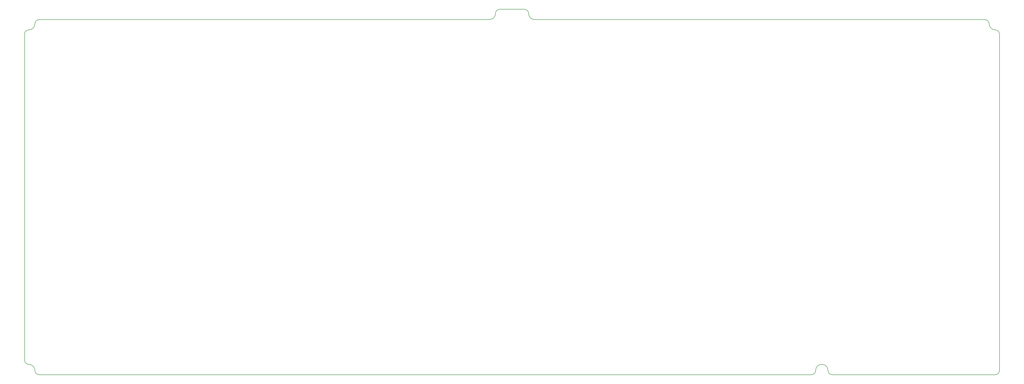
<source format=gm1>
%TF.GenerationSoftware,KiCad,Pcbnew,5.1.9*%
%TF.CreationDate,2021-05-26T15:49:30-04:00*%
%TF.ProjectId,EKS-Mk2,454b532d-4d6b-4322-9e6b-696361645f70,2.1*%
%TF.SameCoordinates,Original*%
%TF.FileFunction,Profile,NP*%
%FSLAX46Y46*%
G04 Gerber Fmt 4.6, Leading zero omitted, Abs format (unit mm)*
G04 Created by KiCad (PCBNEW 5.1.9) date 2021-05-26 15:49:30*
%MOMM*%
%LPD*%
G01*
G04 APERTURE LIST*
%TA.AperFunction,Profile*%
%ADD10C,0.150000*%
%TD*%
G04 APERTURE END LIST*
D10*
X363537500Y-104775000D02*
G75*
G02*
X361950000Y-106362500I-1587500J0D01*
G01*
X-9525000Y-102393750D02*
G75*
G02*
X-7143750Y-104775000I0J-2381250D01*
G01*
X361950000Y26193750D02*
G75*
G02*
X359568750Y28575000I0J2381250D01*
G01*
X-7143750Y28575000D02*
G75*
G02*
X-9525000Y26193750I-2381250J0D01*
G01*
X169862500Y32543750D02*
G75*
G02*
X167481250Y30162500I-2381250J0D01*
G01*
X184943750Y30162500D02*
G75*
G02*
X182562500Y32543750I0J2381250D01*
G01*
X292893750Y-104775000D02*
G75*
G02*
X291306250Y-106362500I-1587500J0D01*
G01*
X299243750Y-106362500D02*
G75*
G02*
X297656250Y-104775000I0J1587500D01*
G01*
X292893750Y-104775000D02*
G75*
G02*
X297656250Y-104775000I2381250J0D01*
G01*
X299243750Y-106362500D02*
X361950000Y-106362500D01*
X169862500Y32543750D02*
G75*
G02*
X171450000Y34131250I1587500J0D01*
G01*
X-9525000Y-102393750D02*
G75*
G02*
X-11112500Y-100806250I0J1587500D01*
G01*
X-5556250Y-106362500D02*
G75*
G02*
X-7143750Y-104775000I0J1587500D01*
G01*
X361950000Y26193750D02*
G75*
G02*
X363537500Y24606250I0J-1587500D01*
G01*
X357981250Y30162500D02*
G75*
G02*
X359568750Y28575000I0J-1587500D01*
G01*
X-11112500Y24606250D02*
G75*
G02*
X-9525000Y26193750I1587500J0D01*
G01*
X-7143750Y28575000D02*
G75*
G02*
X-5556250Y30162500I1587500J0D01*
G01*
X180975000Y34131250D02*
G75*
G02*
X182562500Y32543750I0J-1587500D01*
G01*
X184943750Y30162500D02*
X357981250Y30162500D01*
X171450000Y34131250D02*
X180975000Y34131250D01*
X-11112500Y-100806250D02*
X-11112500Y24606250D01*
X363537500Y-104775000D02*
X363537500Y24606250D01*
X-5556250Y-106362500D02*
X291306250Y-106362500D01*
X-5556250Y30162500D02*
X167481250Y30162500D01*
M02*

</source>
